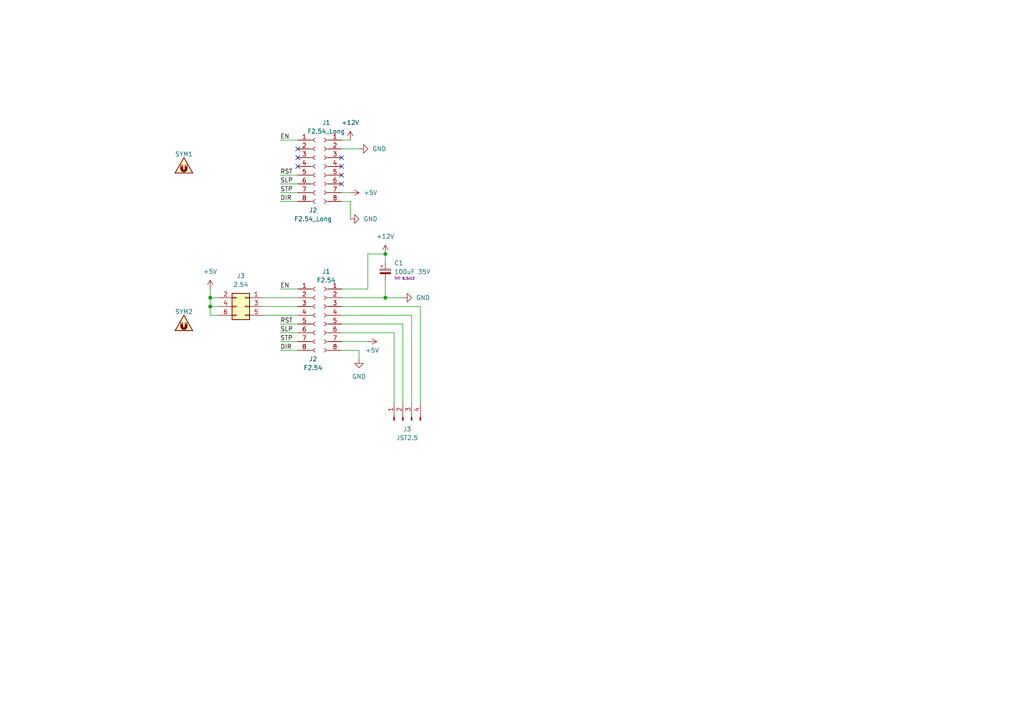
<source format=kicad_sch>
(kicad_sch (version 20230121) (generator eeschema)
  (paper "A4")
  (lib_symbols
    (symbol "Connector:Conn_01x04_Pin" (pin_names (offset 1.016) hide)
      (property "Reference" "J" (at 0 5.08 0))
      (property "Value" "Conn_01x04_Pin" (at 0 -7.62 0))
      (symbol "Conn_01x04_Pin_1_1"
        (polyline (pts (xy 1.27 -5.08) (xy 0.8636 -5.08)) (stroke (width 0.1524)))
        (polyline (pts (xy 1.27 -2.54) (xy 0.8636 -2.54)) (stroke (width 0.1524)))
        (polyline (pts (xy 1.27 0) (xy 0.8636 0)) (stroke (width 0.1524)))
        (polyline (pts (xy 1.27 2.54) (xy 0.8636 2.54)) (stroke (width 0.1524)))
        (rectangle (start 0.8636 -4.953) (end 0 -5.207) (stroke (width 0.1524)) (fill (type outline)))
        (rectangle (start 0.8636 -2.413) (end 0 -2.667) (stroke (width 0.1524)) (fill (type outline)))
        (rectangle (start 0.8636 0.127) (end 0 -0.127) (stroke (width 0.1524)) (fill (type outline)))
        (rectangle (start 0.8636 2.667) (end 0 2.413) (stroke (width 0.1524)) (fill (type outline)))
        (pin passive line (at 5.08 2.54 180) (length 3.81) (name "Pin_1") (number "1"))
        (pin passive line (at 5.08 0 180) (length 3.81) (name "Pin_2") (number "2"))
        (pin passive line (at 5.08 -2.54 180) (length 3.81) (name "Pin_3") (number "3"))
        (pin passive line (at 5.08 -5.08 180) (length 3.81) (name "Pin_4") (number "4"))
      )
    )
    (symbol "Connector:Conn_01x08_Socket" (pin_names (offset 1.016) hide)
      (property "Reference" "J" (at 0 10.16 0))
      (property "Value" "Conn_01x08_Socket" (at 0 -12.7 0))
      (symbol "Conn_01x08_Socket_1_1"
        (arc (start 0 -9.652) (mid -0.5058 -10.16) (end 0 -10.668) (stroke (width 0.1524)))
        (arc (start 0 -7.112) (mid -0.5058 -7.62) (end 0 -8.128) (stroke (width 0.1524)))
        (arc (start 0 -4.572) (mid -0.5058 -5.08) (end 0 -5.588) (stroke (width 0.1524)))
        (arc (start 0 -2.032) (mid -0.5058 -2.54) (end 0 -3.048) (stroke (width 0.1524)))
        (polyline (pts (xy -1.27 -10.16) (xy -0.508 -10.16)) (stroke (width 0.1524)))
        (polyline (pts (xy -1.27 -7.62) (xy -0.508 -7.62)) (stroke (width 0.1524)))
        (polyline (pts (xy -1.27 -5.08) (xy -0.508 -5.08)) (stroke (width 0.1524)))
        (polyline (pts (xy -1.27 -2.54) (xy -0.508 -2.54)) (stroke (width 0.1524)))
        (polyline (pts (xy -1.27 0) (xy -0.508 0)) (stroke (width 0.1524)))
        (polyline (pts (xy -1.27 2.54) (xy -0.508 2.54)) (stroke (width 0.1524)))
        (polyline (pts (xy -1.27 5.08) (xy -0.508 5.08)) (stroke (width 0.1524)))
        (polyline (pts (xy -1.27 7.62) (xy -0.508 7.62)) (stroke (width 0.1524)))
        (arc (start 0 0.508) (mid -0.5058 0) (end 0 -0.508) (stroke (width 0.1524)))
        (arc (start 0 3.048) (mid -0.5058 2.54) (end 0 2.032) (stroke (width 0.1524)))
        (arc (start 0 5.588) (mid -0.5058 5.08) (end 0 4.572) (stroke (width 0.1524)))
        (arc (start 0 8.128) (mid -0.5058 7.62) (end 0 7.112) (stroke (width 0.1524)))
        (pin passive line (at -5.08 7.62 0) (length 3.81) (name "Pin_1") (number "1"))
        (pin passive line (at -5.08 5.08 0) (length 3.81) (name "Pin_2") (number "2"))
        (pin passive line (at -5.08 2.54 0) (length 3.81) (name "Pin_3") (number "3"))
        (pin passive line (at -5.08 0 0) (length 3.81) (name "Pin_4") (number "4"))
        (pin passive line (at -5.08 -2.54 0) (length 3.81) (name "Pin_5") (number "5"))
        (pin passive line (at -5.08 -5.08 0) (length 3.81) (name "Pin_6") (number "6"))
        (pin passive line (at -5.08 -7.62 0) (length 3.81) (name "Pin_7") (number "7"))
        (pin passive line (at -5.08 -10.16 0) (length 3.81) (name "Pin_8") (number "8"))
      )
    )
    (symbol "Connector_Generic:Conn_02x03_Odd_Even" (pin_names (offset 1.016) hide)
      (property "Reference" "J" (at 1.27 5.08 0))
      (property "Value" "Conn_02x03_Odd_Even" (at 1.27 -5.08 0))
      (symbol "Conn_02x03_Odd_Even_1_1"
        (rectangle (start -1.27 -2.413) (end 0 -2.667) (stroke (width 0.1524)))
        (rectangle (start -1.27 0.127) (end 0 -0.127) (stroke (width 0.1524)))
        (rectangle (start -1.27 2.667) (end 0 2.413) (stroke (width 0.1524)))
        (rectangle (start -1.27 3.81) (end 3.81 -3.81) (stroke (width 0.254)) (fill (type background)))
        (rectangle (start 3.81 -2.413) (end 2.54 -2.667) (stroke (width 0.1524)))
        (rectangle (start 3.81 0.127) (end 2.54 -0.127) (stroke (width 0.1524)))
        (rectangle (start 3.81 2.667) (end 2.54 2.413) (stroke (width 0.1524)))
        (pin passive line (at -5.08 2.54 0) (length 3.81) (name "Pin_1") (number "1"))
        (pin passive line (at 7.62 2.54 180) (length 3.81) (name "Pin_2") (number "2"))
        (pin passive line (at -5.08 0 0) (length 3.81) (name "Pin_3") (number "3"))
        (pin passive line (at 7.62 0 180) (length 3.81) (name "Pin_4") (number "4"))
        (pin passive line (at -5.08 -2.54 0) (length 3.81) (name "Pin_5") (number "5"))
        (pin passive line (at 7.62 -2.54 180) (length 3.81) (name "Pin_6") (number "6"))
      )
    )
    (symbol "My_Library:C_Pol_THT6_3x12x5MM_100uF_35V_105C" (pin_numbers hide) (pin_names (offset 0.254) hide)
      (property "Reference" "C" (at 2.54 2.54 0))
      (property "Value" "100uF 35V" (at 2.54 0 0))
      (property "Pad" "THT 6.3x12" (at 2.54 -2.54 0))
      (symbol "C_Pol_THT6_3x12x5MM_100uF_35V_105C_0_1"
        (rectangle (start -1.524 -0.3048) (end 1.524 -0.6858) (fill (type outline)))
        (rectangle (start -1.524 0.6858) (end 1.524 0.3048))
        (polyline (pts (xy -1.27 1.524) (xy -0.762 1.524)))
        (polyline (pts (xy -1.016 1.27) (xy -1.016 1.778)))
      )
      (symbol "C_Pol_THT6_3x12x5MM_100uF_35V_105C_1_1"
        (pin passive line (at 0 2.54 270) (length 1.8542) (name "~") (number "1"))
        (pin passive line (at 0 -2.54 90) (length 1.8542) (name "~") (number "2"))
      )
    )
    (symbol "My_Library:SYM_TMC2209_3D" (in_bom no)
      (symbol "SYM_TMC2209_3D_0_1"
        (rectangle (start -0.9398 -0.7112) (end -0.3302 -0.0762) (fill (type outline)))
        (rectangle (start -0.9398 -0.2286) (end -0.3302 0.4064) (fill (type background)))
        (arc (start -0.635 -0.6858) (mid 0 -1.3181) (end 0.635 -0.6858) (stroke (width 0.762)))
        (polyline (pts (xy -2.54 -1.905) (xy 2.54 -1.905) (xy 0 2.54) (xy -2.54 -1.905)) (stroke (width 0.254)) (fill (type background)))
        (rectangle (start 0.3302 -0.7112) (end 0.9398 -0.0762) (fill (type outline)))
        (rectangle (start 0.3302 -0.2286) (end 0.9398 0.4064) (fill (type background)))
      )
    )
    (symbol "power:+12V" (power) (pin_names (offset 0))
      (property "Value" "+12V" (at 0 3.556 0))
      (symbol "+12V_0_1"
        (polyline (pts (xy -0.762 1.27) (xy 0 2.54)))
        (polyline (pts (xy 0 0) (xy 0 2.54)))
        (polyline (pts (xy 0 2.54) (xy 0.762 1.27)))
      )
      (symbol "+12V_1_1"
        (pin power_in line (at 0 0 90) (length 0) hide (name "+12V") (number "1"))
      )
    )
    (symbol "power:+5V" (power) (pin_names (offset 0))
      (property "Value" "+5V" (at 0 3.556 0))
      (symbol "+5V_0_1"
        (polyline (pts (xy -0.762 1.27) (xy 0 2.54)))
        (polyline (pts (xy 0 0) (xy 0 2.54)))
        (polyline (pts (xy 0 2.54) (xy 0.762 1.27)))
      )
      (symbol "+5V_1_1"
        (pin power_in line (at 0 0 90) (length 0) hide (name "+5V") (number "1"))
      )
    )
    (symbol "power:GND" (power) (pin_names (offset 0))
      (property "Value" "GND" (at 0 -3.81 0))
      (symbol "GND_0_1"
        (polyline (pts (xy 0 0) (xy 0 -1.27) (xy 1.27 -1.27) (xy 0 -2.54) (xy -1.27 -1.27) (xy 0 -1.27)))
      )
      (symbol "GND_1_1"
        (pin power_in line (at 0 0 270) (length 0) hide (name "GND") (number "1"))
      )
    )
  )
  (junction (at 60.96 86.36))
  (junction (at 111.76 73.66))
  (junction (at 60.96 88.9))
  (junction (at 111.76 86.36))
  (no_connect (at 86.36 48.26))
  (no_connect (at 86.36 45.72))
  (no_connect (at 99.06 48.26))
  (no_connect (at 99.06 45.72))
  (no_connect (at 99.06 50.8))
  (no_connect (at 86.36 43.18))
  (no_connect (at 99.06 53.34))
  (wire (pts (xy 106.68 73.66) (xy 111.76 73.66)))
  (wire (pts (xy 76.2 86.36) (xy 86.36 86.36)))
  (wire (pts (xy 99.06 99.06) (xy 106.68 99.06)))
  (wire (pts (xy 99.06 86.36) (xy 111.76 86.36)))
  (wire (pts (xy 114.3 96.52) (xy 99.06 96.52)))
  (wire (pts (xy 81.28 55.88) (xy 86.36 55.88)))
  (wire (pts (xy 60.96 88.9) (xy 60.96 86.36)))
  (wire (pts (xy 121.92 88.9) (xy 121.92 116.84)))
  (wire (pts (xy 76.2 88.9) (xy 86.36 88.9)))
  (wire (pts (xy 60.96 83.82) (xy 60.96 86.36)))
  (wire (pts (xy 81.28 58.42) (xy 86.36 58.42)))
  (wire (pts (xy 99.06 43.18) (xy 104.14 43.18)))
  (wire (pts (xy 60.96 86.36) (xy 63.5 86.36)))
  (wire (pts (xy 106.68 83.82) (xy 106.68 73.66)))
  (wire (pts (xy 111.76 73.66) (xy 111.76 76.2)))
  (wire (pts (xy 119.38 91.44) (xy 119.38 116.84)))
  (wire (pts (xy 81.28 50.8) (xy 86.36 50.8)))
  (wire (pts (xy 99.06 83.82) (xy 106.68 83.82)))
  (wire (pts (xy 99.06 55.88) (xy 101.6 55.88)))
  (wire (pts (xy 81.28 96.52) (xy 86.36 96.52)))
  (wire (pts (xy 101.6 63.5) (xy 101.6 58.42)))
  (wire (pts (xy 99.06 40.64) (xy 101.6 40.64)))
  (wire (pts (xy 60.96 91.44) (xy 60.96 88.9)))
  (wire (pts (xy 81.28 40.64) (xy 86.36 40.64)))
  (wire (pts (xy 81.28 53.34) (xy 86.36 53.34)))
  (wire (pts (xy 81.28 99.06) (xy 86.36 99.06)))
  (wire (pts (xy 111.76 86.36) (xy 116.84 86.36)))
  (wire (pts (xy 121.92 88.9) (xy 99.06 88.9)))
  (wire (pts (xy 81.28 83.82) (xy 86.36 83.82)))
  (wire (pts (xy 81.28 93.98) (xy 86.36 93.98)))
  (wire (pts (xy 63.5 91.44) (xy 60.96 91.44)))
  (wire (pts (xy 116.84 93.98) (xy 99.06 93.98)))
  (wire (pts (xy 104.14 104.14) (xy 104.14 101.6)))
  (wire (pts (xy 111.76 81.28) (xy 111.76 86.36)))
  (wire (pts (xy 101.6 58.42) (xy 99.06 58.42)))
  (wire (pts (xy 76.2 91.44) (xy 86.36 91.44)))
  (wire (pts (xy 114.3 96.52) (xy 114.3 116.84)))
  (wire (pts (xy 60.96 88.9) (xy 63.5 88.9)))
  (wire (pts (xy 104.14 101.6) (xy 99.06 101.6)))
  (wire (pts (xy 119.38 91.44) (xy 99.06 91.44)))
  (wire (pts (xy 81.28 101.6) (xy 86.36 101.6)))
  (wire (pts (xy 116.84 93.98) (xy 116.84 116.84)))
  (label "EN" (at 81.28 83.82 0))
  (label "DIR" (at 81.28 58.42 0))
  (label "SLP" (at 81.28 53.34 0))
  (label "STP" (at 81.28 99.06 0))
  (label "DIR" (at 81.28 101.6 0))
  (label "STP" (at 81.28 55.88 0))
  (label "SLP" (at 81.28 96.52 0))
  (label "RST" (at 81.28 50.8 0))
  (label "EN" (at 81.28 40.64 0))
  (label "RST" (at 81.28 93.98 0))
  (symbol (lib_id "My_Library:C_Pol_THT6_3x12x5MM_100uF_35V_105C") (at 111.76 78.74 0) (unit 1)
    (property "Reference" "C1" (at 114.3 76.2889 0) (effects (justify left)))
    (property "Value" "100uF 35V" (at 114.3 78.8289 0) (effects (justify left)))
    (property "Footprint" "Capacitor_THT:C_Radial_D6.3mm_H11.0mm_P2.50mm" (effects hide))
    (property "Pad" "THT 6.3x12" (at 114.3 80.7339 0) (effects (font (size 0.7 0.7)) (justify left)))
    (property "Part Link" "https://ozdisan.com/Product/Detail/516876/PS-035V100AX120-T5" (effects hide))
    (property "Part Number" "PS-035V100AX120-T5" (effects hide))
    (property "Price" "0.03" (effects hide))
  )
  (symbol (lib_id "power:GND") (at 104.14 104.14 0) (unit 1)
    (property "Reference" "#PWR04" (effects hide))
    (property "Value" "GND" (at 104.14 109.22 0))
    (instances (project "CNC_Misc" (path "" (reference "#PWR04") (unit 1)) (path "" (reference "#PWR09") (unit 1))))
  )
  (symbol (lib_id "My_Library:SYM_TMC2209_3D") (at 53.34 48.26 0) (unit 1) (in_bom no)
    (property "Reference" "SYM1" (at 53.34 44.704 0))
    (property "Value" "SYM_TMC2209_3D" (effects hide))
    (property "Footprint" "My_Library:Module_TMC2209_3D" (effects hide))
    (property "Sim.Enable" "0" (effects hide))
  )
  (symbol (lib_id "power:+5V") (at 106.68 99.06 270) (unit 1)
    (property "Reference" "#PWR03" (effects hide))
    (property "Value" "+5V" (at 107.95 101.6 90))
    (instances (project "CNC_Misc" (path "" (reference "#PWR03") (unit 1)) (path "" (reference "#PWR010") (unit 1))))
  )
  (symbol (lib_id "Connector:Conn_01x04_Pin") (at 116.84 121.92 90) (unit 1)
    (property "Reference" "J3" (at 118.11 124.46 90))
    (property "Value" "JST2.5" (at 118.11 127 90))
    (property "Footprint" "Connector_JST:JST_XH_B4B-XH-A_1x04_P2.50mm_Vertical" (effects hide))
    (instances (project "CNC_Misc" (path "" (reference "J3") (unit 1)) (path "" (reference "J6") (unit 1))))
  )
  (symbol (lib_id "power:+12V") (at 111.76 73.66 0) (unit 1)
    (property "Reference" "#PWR01" (effects hide))
    (property "Value" "+12V" (at 111.76 68.58 0))
    (instances (project "CNC_Misc" (path "" (reference "#PWR01") (unit 1)) (path "" (reference "#PWR011") (unit 1))))
  )
  (symbol (lib_id "power:GND") (at 104.14 43.18 90) (unit 1)
    (property "Reference" "#PWR02" (effects hide))
    (property "Value" "GND" (at 107.95 43.18 90) (effects (justify right)))
  )
  (symbol (lib_id "Connector:Conn_01x08_Socket") (at 93.98 48.26 0) (mirror y) (unit 1)
    (property "Reference" "J1" (at 94.615 35.56 0))
    (property "Value" "F2.54_Long" (at 94.615 38.1 0))
    (property "Footprint" "My_Library:PinSocket_1x08_P2.54mm_Vertical_Long" (effects hide))
    (instances (project "CNC_Misc" (path "" (reference "J1") (unit 1)) (path "" (reference "J5") (unit 1))))
  )
  (symbol (lib_id "power:GND") (at 101.6 63.5 90) (unit 1)
    (property "Reference" "#PWR02" (effects hide))
    (property "Value" "GND" (at 105.41 63.5 90) (effects (justify right)))
    (instances (project "CNC_Misc" (path "" (reference "#PWR02") (unit 1)) (path "" (reference "#PWR04") (unit 1))))
  )
  (symbol (lib_id "power:+5V") (at 60.96 83.82 0) (unit 1)
    (property "Reference" "#PWR05" (effects hide))
    (property "Value" "+5V" (at 60.96 78.74 0))
    (instances (project "CNC_Misc" (path "" (reference "#PWR05") (unit 1)) (path "" (reference "#PWR07") (unit 1))))
  )
  (symbol (lib_id "power:+5V") (at 101.6 55.88 270) (unit 1)
    (property "Reference" "#PWR03" (effects hide))
    (property "Value" "+5V" (at 105.41 55.88 90) (effects (justify left)))
  )
  (symbol (lib_id "Connector_Generic:Conn_02x03_Odd_Even") (at 71.12 88.9 0) (mirror y) (unit 1)
    (property "Reference" "J3" (at 69.85 80.01 0))
    (property "Value" "2.54" (at 69.85 82.55 0))
    (property "Footprint" "Connector_PinHeader_2.54mm:PinHeader_2x03_P2.54mm_Vertical" (effects hide))
  )
  (symbol (lib_id "Connector:Conn_01x08_Socket") (at 91.44 91.44 0) (unit 1)
    (property "Reference" "J2" (at 90.805 104.14 0))
    (property "Value" "F2.54" (at 90.805 106.68 0))
    (property "Footprint" "Connector_PinSocket_2.54mm:PinSocket_1x08_P2.54mm_Vertical" (effects hide))
    (instances (project "CNC_Misc" (path "" (reference "J2") (unit 1)) (path "" (reference "J1") (unit 1))))
  )
  (symbol (lib_id "My_Library:SYM_TMC2209_3D") (at 53.34 93.98 0) (unit 1) (in_bom no)
    (property "Reference" "SYM2" (at 53.34 90.424 0))
    (property "Value" "SYM_TMC2209_3D" (effects hide))
    (property "Footprint" "My_Library:Module_TMC2209_3D" (effects hide))
    (property "Sim.Enable" "0" (effects hide))
  )
  (symbol (lib_id "power:GND") (at 116.84 86.36 90) (unit 1)
    (property "Reference" "#PWR02" (effects hide))
    (property "Value" "GND" (at 120.65 86.36 90) (effects (justify right)))
    (instances (project "CNC_Misc" (path "" (reference "#PWR02") (unit 1)) (path "" (reference "#PWR012") (unit 1))))
  )
  (symbol (lib_id "Connector:Conn_01x08_Socket") (at 91.44 48.26 0) (unit 1)
    (property "Reference" "J2" (at 90.805 60.96 0))
    (property "Value" "F2.54_Long" (at 90.805 63.5 0))
    (property "Footprint" "My_Library:PinSocket_1x08_P2.54mm_Vertical_Long" (effects hide))
    (instances (project "CNC_Misc" (path "" (reference "J2") (unit 1)) (path "" (reference "J4") (unit 1))))
  )
  (symbol (lib_id "power:+12V") (at 101.6 40.64 0) (unit 1)
    (property "Reference" "#PWR01" (effects hide))
    (property "Value" "+12V" (at 101.6 35.56 0))
  )
  (symbol (lib_id "Connector:Conn_01x08_Socket") (at 93.98 91.44 0) (mirror y) (unit 1)
    (property "Reference" "J1" (at 94.615 78.74 0))
    (property "Value" "F2.54" (at 94.615 81.28 0))
    (property "Footprint" "Connector_PinSocket_2.54mm:PinSocket_1x08_P2.54mm_Vertical" (effects hide))
    (instances (project "CNC_Misc" (path "" (reference "J1") (unit 1)) (path "" (reference "J2") (unit 1))))
  )
)
</source>
